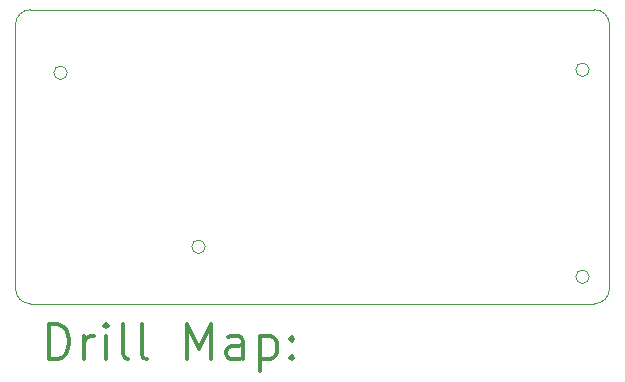
<source format=gbr>
%FSLAX45Y45*%
G04 Gerber Fmt 4.5, Leading zero omitted, Abs format (unit mm)*
G04 Created by KiCad (PCBNEW 5.1.5+dfsg1-2build2) date 2021-06-04 03:42:03*
%MOMM*%
%LPD*%
G04 APERTURE LIST*
%TA.AperFunction,Profile*%
%ADD10C,0.100000*%
%TD*%
%ADD11C,0.200000*%
%ADD12C,0.300000*%
G04 APERTURE END LIST*
D10*
X3917596Y-4318000D02*
G75*
G03X3917596Y-4318000I-56796J0D01*
G01*
X2749196Y-2844800D02*
G75*
G03X2749196Y-2844800I-56796J0D01*
G01*
X7168796Y-2819400D02*
G75*
G03X7168796Y-2819400I-56796J0D01*
G01*
X2438400Y-2311400D02*
X7213600Y-2311400D01*
X2311400Y-4673600D02*
X2311400Y-2438400D01*
X7213600Y-4800600D02*
X2438400Y-4800600D01*
X7340600Y-2438400D02*
X7340600Y-4673600D01*
X7340600Y-4673600D02*
G75*
G02X7213600Y-4800600I-127000J0D01*
G01*
X2438400Y-4800600D02*
G75*
G02X2311400Y-4673600I0J127000D01*
G01*
X2311400Y-2438400D02*
G75*
G02X2438400Y-2311400I127000J0D01*
G01*
X7213600Y-2311400D02*
G75*
G02X7340600Y-2438400I0J-127000D01*
G01*
X7168796Y-4572000D02*
G75*
G03X7168796Y-4572000I-56796J0D01*
G01*
D11*
D12*
X2592828Y-5271314D02*
X2592828Y-4971314D01*
X2664257Y-4971314D01*
X2707114Y-4985600D01*
X2735686Y-5014172D01*
X2749971Y-5042743D01*
X2764257Y-5099886D01*
X2764257Y-5142743D01*
X2749971Y-5199886D01*
X2735686Y-5228457D01*
X2707114Y-5257029D01*
X2664257Y-5271314D01*
X2592828Y-5271314D01*
X2892828Y-5271314D02*
X2892828Y-5071314D01*
X2892828Y-5128457D02*
X2907114Y-5099886D01*
X2921400Y-5085600D01*
X2949971Y-5071314D01*
X2978543Y-5071314D01*
X3078543Y-5271314D02*
X3078543Y-5071314D01*
X3078543Y-4971314D02*
X3064257Y-4985600D01*
X3078543Y-4999886D01*
X3092828Y-4985600D01*
X3078543Y-4971314D01*
X3078543Y-4999886D01*
X3264257Y-5271314D02*
X3235686Y-5257029D01*
X3221400Y-5228457D01*
X3221400Y-4971314D01*
X3421400Y-5271314D02*
X3392828Y-5257029D01*
X3378543Y-5228457D01*
X3378543Y-4971314D01*
X3764257Y-5271314D02*
X3764257Y-4971314D01*
X3864257Y-5185600D01*
X3964257Y-4971314D01*
X3964257Y-5271314D01*
X4235686Y-5271314D02*
X4235686Y-5114172D01*
X4221400Y-5085600D01*
X4192828Y-5071314D01*
X4135686Y-5071314D01*
X4107114Y-5085600D01*
X4235686Y-5257029D02*
X4207114Y-5271314D01*
X4135686Y-5271314D01*
X4107114Y-5257029D01*
X4092828Y-5228457D01*
X4092828Y-5199886D01*
X4107114Y-5171314D01*
X4135686Y-5157029D01*
X4207114Y-5157029D01*
X4235686Y-5142743D01*
X4378543Y-5071314D02*
X4378543Y-5371314D01*
X4378543Y-5085600D02*
X4407114Y-5071314D01*
X4464257Y-5071314D01*
X4492828Y-5085600D01*
X4507114Y-5099886D01*
X4521400Y-5128457D01*
X4521400Y-5214172D01*
X4507114Y-5242743D01*
X4492828Y-5257029D01*
X4464257Y-5271314D01*
X4407114Y-5271314D01*
X4378543Y-5257029D01*
X4649971Y-5242743D02*
X4664257Y-5257029D01*
X4649971Y-5271314D01*
X4635686Y-5257029D01*
X4649971Y-5242743D01*
X4649971Y-5271314D01*
X4649971Y-5085600D02*
X4664257Y-5099886D01*
X4649971Y-5114172D01*
X4635686Y-5099886D01*
X4649971Y-5085600D01*
X4649971Y-5114172D01*
M02*

</source>
